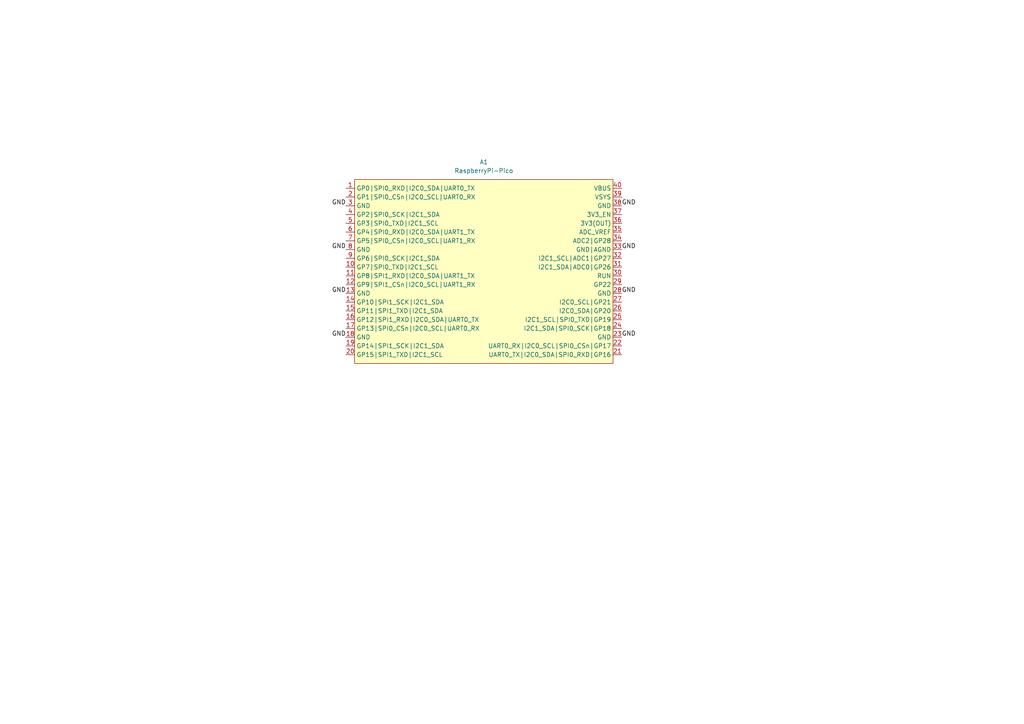
<source format=kicad_sch>
(kicad_sch (version 20230121) (generator eeschema)
  (paper "A4")
  (lib_symbols
    (symbol "twyleg-board-connectors:RaspberryPi-Pico"
      (property "Reference" "A" (at 0 5.08 0))
      (property "Value" "RaspberryPi-Pico" (at 0 2.54 0))
      (symbol "RaspberryPi-Pico_1_1"
        (rectangle (start -36.83 0) (end 38.1 -53.34) (fill (type background)))
        (pin bidirectional line (at -39.37 -2.54 0) (length 2.54) (name "GP0|SPI0_RXD|I2C0_SDA|UART0_TX") (number "1"))
        (pin bidirectional line (at -39.37 -25.4 0) (length 2.54) (name "GP7|SPI0_TXD|I2C1_SCL") (number "10"))
        (pin bidirectional line (at -39.37 -27.94 0) (length 2.54) (name "GP8|SPI1_RXD|I2C0_SDA|UART1_TX") (number "11"))
        (pin bidirectional line (at -39.37 -30.48 0) (length 2.54) (name "GP9|SPI1_CSn|I2C0_SCL|UART1_RX") (number "12"))
        (pin power_in line (at -39.37 -33.02 0) (length 2.54) (name "GND") (number "13"))
        (pin bidirectional line (at -39.37 -35.56 0) (length 2.54) (name "GP10|SPI1_SCK|I2C1_SDA") (number "14"))
        (pin bidirectional line (at -39.37 -38.1 0) (length 2.54) (name "GP11|SPI1_TXD|I2C1_SDA") (number "15"))
        (pin bidirectional line (at -39.37 -40.64 0) (length 2.54) (name "GP12|SPI1_RXD|I2C0_SDA|UART0_TX") (number "16"))
        (pin bidirectional line (at -39.37 -43.18 0) (length 2.54) (name "GP13|SPI0_CSn|I2C0_SCL|UART0_RX") (number "17"))
        (pin power_in line (at -39.37 -45.72 0) (length 2.54) (name "GND") (number "18"))
        (pin bidirectional line (at -39.37 -48.26 0) (length 2.54) (name "GP14|SPI1_SCK|I2C1_SDA") (number "19"))
        (pin bidirectional line (at -39.37 -5.08 0) (length 2.54) (name "GP1|SPI0_CSn|I2C0_SCL|UART0_RX") (number "2"))
        (pin bidirectional line (at -39.37 -50.8 0) (length 2.54) (name "GP15|SPI1_TXD|I2C1_SCL") (number "20"))
        (pin bidirectional line (at 40.64 -50.8 180) (length 2.54) (name "UART0_TX|I2C0_SDA|SPI0_RXD|GP16") (number "21"))
        (pin bidirectional line (at 40.64 -48.26 180) (length 2.54) (name "UART0_RX|I2C0_SCL|SPI0_CSn|GP17") (number "22"))
        (pin power_in line (at 40.64 -45.72 180) (length 2.54) (name "GND") (number "23"))
        (pin bidirectional line (at 40.64 -43.18 180) (length 2.54) (name "I2C1_SDA|SPI0_SCK|GP18") (number "24"))
        (pin bidirectional line (at 40.64 -40.64 180) (length 2.54) (name "I2C1_SCL|SPI0_TXD|GP19") (number "25"))
        (pin bidirectional line (at 40.64 -38.1 180) (length 2.54) (name "I2C0_SDA|GP20") (number "26"))
        (pin bidirectional line (at 40.64 -35.56 180) (length 2.54) (name "I2C0_SCL|GP21") (number "27"))
        (pin power_in line (at 40.64 -33.02 180) (length 2.54) (name "GND") (number "28"))
        (pin bidirectional line (at 40.64 -30.48 180) (length 2.54) (name "GP22") (number "29"))
        (pin power_in line (at -39.37 -7.62 0) (length 2.54) (name "GND") (number "3"))
        (pin input line (at 40.64 -27.94 180) (length 2.54) (name "RUN") (number "30"))
        (pin bidirectional line (at 40.64 -25.4 180) (length 2.54) (name "I2C1_SDA|ADC0|GP26") (number "31"))
        (pin bidirectional line (at 40.64 -22.86 180) (length 2.54) (name "I2C1_SCL|ADC1|GP27") (number "32"))
        (pin input line (at 40.64 -20.32 180) (length 2.54) (name "GND|AGND") (number "33"))
        (pin bidirectional line (at 40.64 -17.78 180) (length 2.54) (name "ADC2|GP28") (number "34"))
        (pin input line (at 40.64 -15.24 180) (length 2.54) (name "ADC_VREF") (number "35"))
        (pin power_out line (at 40.64 -12.7 180) (length 2.54) (name "3V3(OUT)") (number "36"))
        (pin input line (at 40.64 -10.16 180) (length 2.54) (name "3V3_EN") (number "37"))
        (pin power_in line (at 40.64 -7.62 180) (length 2.54) (name "GND") (number "38"))
        (pin power_in line (at 40.64 -5.08 180) (length 2.54) (name "VSYS") (number "39"))
        (pin bidirectional line (at -39.37 -10.16 0) (length 2.54) (name "GP2|SPI0_SCK|I2C1_SDA") (number "4"))
        (pin power_out line (at 40.64 -2.54 180) (length 2.54) (name "VBUS") (number "40"))
        (pin bidirectional line (at -39.37 -12.7 0) (length 2.54) (name "GP3|SPI0_TXD|I2C1_SCL") (number "5"))
        (pin bidirectional line (at -39.37 -15.24 0) (length 2.54) (name "GP4|SPI0_RXD|I2C0_SDA|UART1_TX") (number "6"))
        (pin bidirectional line (at -39.37 -17.78 0) (length 2.54) (name "GP5|SPI0_CSn|I2C0_SCL|UART1_RX") (number "7"))
        (pin power_in line (at -39.37 -20.32 0) (length 2.54) (name "GND") (number "8"))
        (pin bidirectional line (at -39.37 -22.86 0) (length 2.54) (name "GP6|SPI0_SCK|I2C1_SDA") (number "9"))
      )
    )
  )
  (label "GND" (at 180.34 59.69 0))
  (label "GND" (at 100.33 72.39 180))
  (label "GND" (at 180.34 72.39 0))
  (label "GND" (at 100.33 59.69 180))
  (label "GND" (at 180.34 97.79 0))
  (label "GND" (at 100.33 97.79 180))
  (label "GND" (at 100.33 85.09 180))
  (label "GND" (at 180.34 85.09 0))
  (symbol (lib_id "twyleg-board-connectors:RaspberryPi-Pico") (at 139.7 52.07 0) (unit 1)
    (property "Reference" "A1" (at 140.335 46.99 0))
    (property "Value" "RaspberryPi-Pico" (at 140.335 49.53 0))
    (property "Footprint" "twyleg-board-connectors:RaspberryPiPico-THT-Dev" (effects hide))
  )
)
</source>
